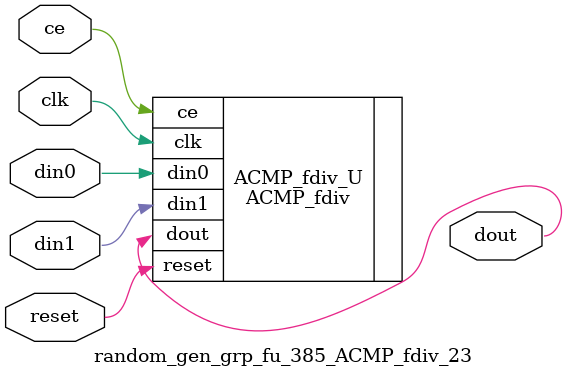
<source format=v>

`timescale 1 ns / 1 ps
module random_gen_grp_fu_385_ACMP_fdiv_23(
    clk,
    reset,
    ce,
    din0,
    din1,
    dout);

parameter ID = 32'd1;
parameter NUM_STAGE = 32'd1;
parameter din0_WIDTH = 32'd1;
parameter din1_WIDTH = 32'd1;
parameter dout_WIDTH = 32'd1;
input clk;
input reset;
input ce;
input[din0_WIDTH - 1:0] din0;
input[din1_WIDTH - 1:0] din1;
output[dout_WIDTH - 1:0] dout;



ACMP_fdiv #(
.ID( ID ),
.NUM_STAGE( 12 ),
.din0_WIDTH( din0_WIDTH ),
.din1_WIDTH( din1_WIDTH ),
.dout_WIDTH( dout_WIDTH ))
ACMP_fdiv_U(
    .clk( clk ),
    .reset( reset ),
    .ce( ce ),
    .din0( din0 ),
    .din1( din1 ),
    .dout( dout ));

endmodule

</source>
